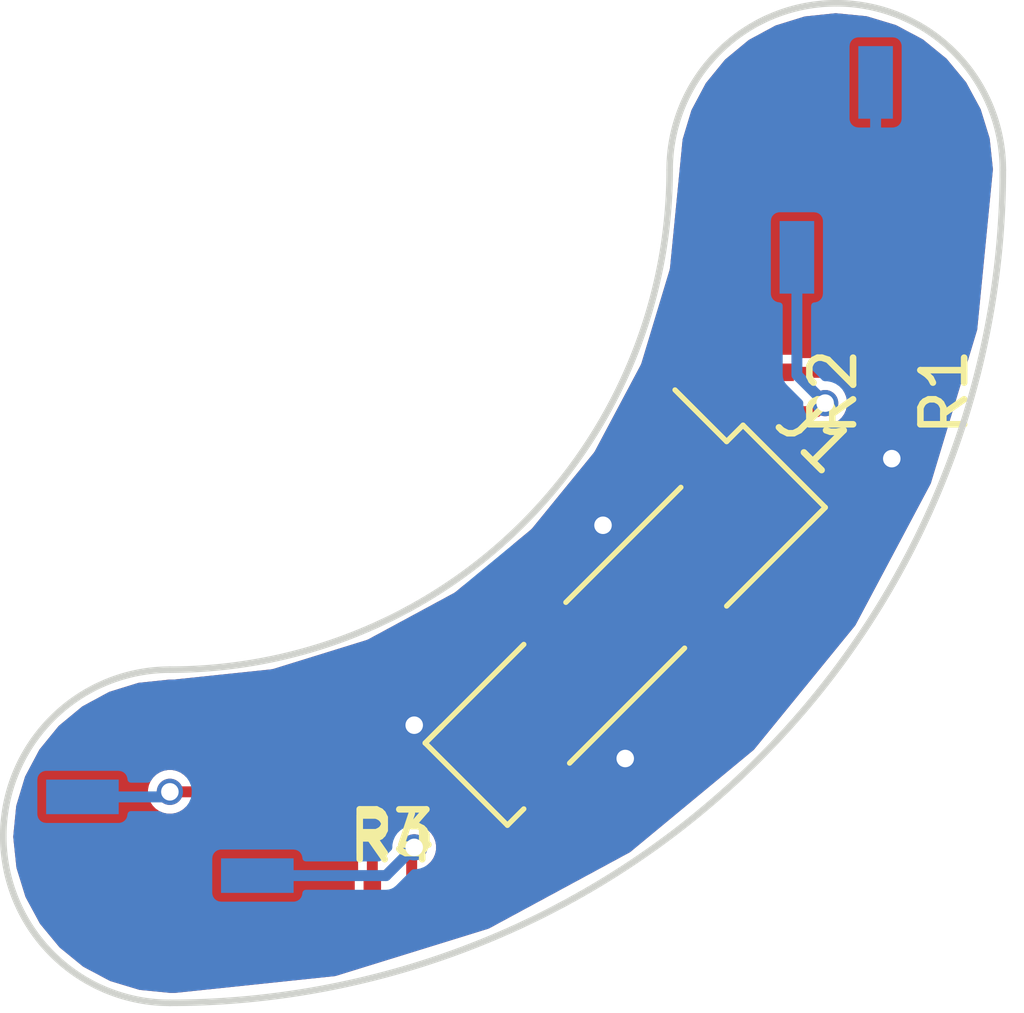
<source format=kicad_pcb>
(kicad_pcb (version 4) (host pcbnew 4.0.6)

  (general
    (links 14)
    (no_connects 8)
    (area 123.114999 91.364999 146.125001 114.375001)
    (thickness 1.6)
    (drawings 7)
    (tracks 47)
    (zones 0)
    (modules 7)
    (nets 7)
  )

  (page A4)
  (layers
    (0 F.Cu signal)
    (31 B.Cu signal)
    (32 B.Adhes user)
    (33 F.Adhes user)
    (34 B.Paste user)
    (35 F.Paste user)
    (36 B.SilkS user)
    (37 F.SilkS user)
    (38 B.Mask user)
    (39 F.Mask user)
    (40 Dwgs.User user)
    (41 Cmts.User user)
    (42 Eco1.User user)
    (43 Eco2.User user)
    (44 Edge.Cuts user)
    (45 Margin user)
    (46 B.CrtYd user)
    (47 F.CrtYd user)
    (48 B.Fab user)
    (49 F.Fab user)
  )

  (setup
    (last_trace_width 0.25)
    (trace_clearance 0.2)
    (zone_clearance 0.1524)
    (zone_45_only no)
    (trace_min 0.2)
    (segment_width 0.2)
    (edge_width 0.15)
    (via_size 0.6)
    (via_drill 0.4)
    (via_min_size 0.4)
    (via_min_drill 0.3)
    (uvia_size 0.3)
    (uvia_drill 0.1)
    (uvias_allowed no)
    (uvia_min_size 0.2)
    (uvia_min_drill 0.1)
    (pcb_text_width 0.3)
    (pcb_text_size 1.5 1.5)
    (mod_edge_width 0.15)
    (mod_text_size 1 1)
    (mod_text_width 0.15)
    (pad_size 1.524 1.524)
    (pad_drill 0.762)
    (pad_to_mask_clearance 0.2)
    (aux_axis_origin 0 0)
    (grid_origin 127 95.25)
    (visible_elements FFFFFF7F)
    (pcbplotparams
      (layerselection 0x00030_80000001)
      (usegerberextensions false)
      (excludeedgelayer true)
      (linewidth 0.100000)
      (plotframeref false)
      (viasonmask false)
      (mode 1)
      (useauxorigin false)
      (hpglpennumber 1)
      (hpglpenspeed 20)
      (hpglpendiameter 15)
      (hpglpenoverlay 2)
      (psnegative false)
      (psa4output false)
      (plotreference true)
      (plotvalue true)
      (plotinvisibletext false)
      (padsonsilk false)
      (subtractmaskfromsilk false)
      (outputformat 1)
      (mirror false)
      (drillshape 1)
      (scaleselection 1)
      (outputdirectory ""))
  )

  (net 0 "")
  (net 1 VCC)
  (net 2 GND)
  (net 3 /ENC1)
  (net 4 /ENC0)
  (net 5 /D0)
  (net 6 /D1)

  (net_class Default "This is the default net class."
    (clearance 0.2)
    (trace_width 0.25)
    (via_dia 0.6)
    (via_drill 0.4)
    (uvia_dia 0.3)
    (uvia_drill 0.1)
    (add_net /D0)
    (add_net /D1)
    (add_net /ENC0)
    (add_net /ENC1)
    (add_net GND)
    (add_net VCC)
  )

  (module Pin_Headers:Pin_Header_Straight_1x04_Pitch2.54mm_SMD_Pin1Left (layer F.Cu) (tedit 58CD4EC1) (tstamp 58FCEE86)
    (at 137.414 105.664 315)
    (descr "surface-mounted straight pin header, 1x04, 2.54mm pitch, single row, style 1 (pin 1 left)")
    (tags "Surface mounted pin header SMD 1x04 2.54mm single row style1 pin1 left")
    (path /58FCDAD9)
    (attr smd)
    (fp_text reference J1 (at 0 -6.140001 315) (layer F.SilkS)
      (effects (font (size 1 1) (thickness 0.15)))
    )
    (fp_text value CONN_01X04 (at 0 6.140001 315) (layer F.Fab)
      (effects (font (size 1 1) (thickness 0.15)))
    )
    (fp_line (start -1.27 -5.08) (end -1.27 5.08) (layer F.Fab) (width 0.1))
    (fp_line (start -1.27 5.08) (end 1.27 5.08) (layer F.Fab) (width 0.1))
    (fp_line (start 1.27 5.08) (end 1.27 -5.08) (layer F.Fab) (width 0.1))
    (fp_line (start 1.27 -5.08) (end -1.27 -5.08) (layer F.Fab) (width 0.1))
    (fp_line (start -1.27 -4.13) (end -1.27 -3.49) (layer F.Fab) (width 0.1))
    (fp_line (start -1.27 -3.49) (end -2.65 -3.49) (layer F.Fab) (width 0.1))
    (fp_line (start -2.65 -3.49) (end -2.65 -4.13) (layer F.Fab) (width 0.1))
    (fp_line (start -2.65 -4.13) (end -1.27 -4.13) (layer F.Fab) (width 0.1))
    (fp_line (start -1.27 0.95) (end -1.27 1.59) (layer F.Fab) (width 0.1))
    (fp_line (start -1.27 1.59) (end -2.65 1.59) (layer F.Fab) (width 0.1))
    (fp_line (start -2.65 1.59) (end -2.65 0.95) (layer F.Fab) (width 0.1))
    (fp_line (start -2.65 0.95) (end -1.27 0.95) (layer F.Fab) (width 0.1))
    (fp_line (start 1.27 -1.59) (end 1.27 -0.95) (layer F.Fab) (width 0.1))
    (fp_line (start 1.27 -0.95) (end 2.65 -0.95) (layer F.Fab) (width 0.1))
    (fp_line (start 2.65 -0.95) (end 2.65 -1.59) (layer F.Fab) (width 0.1))
    (fp_line (start 2.65 -1.59) (end 1.27 -1.59) (layer F.Fab) (width 0.1))
    (fp_line (start 1.27 3.49) (end 1.27 4.13) (layer F.Fab) (width 0.1))
    (fp_line (start 1.27 4.13) (end 2.65 4.13) (layer F.Fab) (width 0.1))
    (fp_line (start 2.65 4.13) (end 2.65 3.49) (layer F.Fab) (width 0.1))
    (fp_line (start 2.65 3.49) (end 1.27 3.49) (layer F.Fab) (width 0.1))
    (fp_line (start -1.33 -4.61) (end -1.33 -5.14) (layer F.SilkS) (width 0.12))
    (fp_line (start -1.33 -5.14) (end 1.33 -5.14) (layer F.SilkS) (width 0.12))
    (fp_line (start 1.33 -5.14) (end 1.33 -4.61) (layer F.SilkS) (width 0.12))
    (fp_line (start -1.33 4.61) (end -1.33 5.14) (layer F.SilkS) (width 0.12))
    (fp_line (start -1.33 5.14) (end 1.33 5.14) (layer F.SilkS) (width 0.12))
    (fp_line (start 1.33 5.14) (end 1.33 4.61) (layer F.SilkS) (width 0.12))
    (fp_line (start 1.33 -5.14) (end 1.33 -1.95) (layer F.SilkS) (width 0.12))
    (fp_line (start -1.33 -4.61) (end -3 -4.61) (layer F.SilkS) (width 0.12))
    (fp_line (start 1.33 -0.59) (end 1.33 3.13) (layer F.SilkS) (width 0.12))
    (fp_line (start -1.33 -3.13) (end -1.33 0.59) (layer F.SilkS) (width 0.12))
    (fp_line (start -1.33 1.95) (end -1.33 5.14) (layer F.SilkS) (width 0.12))
    (fp_line (start -3.5 -5.6) (end -3.5 5.6) (layer F.CrtYd) (width 0.05))
    (fp_line (start -3.5 5.6) (end 3.5 5.6) (layer F.CrtYd) (width 0.05))
    (fp_line (start 3.5 5.6) (end 3.5 -5.6) (layer F.CrtYd) (width 0.05))
    (fp_line (start 3.5 -5.6) (end -3.5 -5.6) (layer F.CrtYd) (width 0.05))
    (fp_text user %R (at 0 -6.140001 315) (layer F.Fab)
      (effects (font (size 1 1) (thickness 0.15)))
    )
    (pad 1 smd rect (at -1.5 -3.81 315) (size 3 1) (layers F.Cu F.Paste F.Mask)
      (net 1 VCC))
    (pad 3 smd rect (at -1.5 1.27 315) (size 3 1) (layers F.Cu F.Paste F.Mask)
      (net 3 /ENC1))
    (pad 2 smd rect (at 1.5 -1.27 315) (size 3 1) (layers F.Cu F.Paste F.Mask)
      (net 4 /ENC0))
    (pad 4 smd rect (at 1.5 3.81 315) (size 3 1) (layers F.Cu F.Paste F.Mask)
      (net 2 GND))
    (model ${KISYS3DMOD}/Pin_Headers.3dshapes/Pin_Header_Straight_1x04_Pitch2.54mm_SMD_Pin1Left.wrl
      (at (xyz 0 0 0))
      (scale (xyz 1 1 1))
      (rotate (xyz 0 0 0))
    )
  )

  (module Resistors_SMD:R_0402_NoSilk (layer F.Cu) (tedit 58E0A804) (tstamp 58FCEE95)
    (at 143.51 100.33 270)
    (descr "Resistor SMD 0402, reflow soldering, Vishay (see dcrcw.pdf)")
    (tags "resistor 0402")
    (path /58FCD18B)
    (attr smd)
    (fp_text reference R1 (at 0 -1.2 270) (layer F.SilkS)
      (effects (font (size 1 1) (thickness 0.15)))
    )
    (fp_text value 220 (at 0 1.25 270) (layer F.Fab)
      (effects (font (size 1 1) (thickness 0.15)))
    )
    (fp_text user %R (at 0 -1.2 270) (layer F.Fab)
      (effects (font (size 1 1) (thickness 0.15)))
    )
    (fp_line (start -0.5 0.25) (end -0.5 -0.25) (layer F.Fab) (width 0.1))
    (fp_line (start 0.5 0.25) (end -0.5 0.25) (layer F.Fab) (width 0.1))
    (fp_line (start 0.5 -0.25) (end 0.5 0.25) (layer F.Fab) (width 0.1))
    (fp_line (start -0.5 -0.25) (end 0.5 -0.25) (layer F.Fab) (width 0.1))
    (fp_line (start -0.8 -0.45) (end 0.8 -0.45) (layer F.CrtYd) (width 0.05))
    (fp_line (start -0.8 -0.45) (end -0.8 0.45) (layer F.CrtYd) (width 0.05))
    (fp_line (start 0.8 0.45) (end 0.8 -0.45) (layer F.CrtYd) (width 0.05))
    (fp_line (start 0.8 0.45) (end -0.8 0.45) (layer F.CrtYd) (width 0.05))
    (pad 1 smd rect (at -0.45 0 270) (size 0.4 0.6) (layers F.Cu F.Paste F.Mask)
      (net 1 VCC))
    (pad 2 smd rect (at 0.45 0 270) (size 0.4 0.6) (layers F.Cu F.Paste F.Mask)
      (net 5 /D0))
    (model ${KISYS3DMOD}/Resistors_SMD.3dshapes/R_0402.wrl
      (at (xyz 0 0 0))
      (scale (xyz 1 1 1))
      (rotate (xyz 0 0 0))
    )
  )

  (module Resistors_SMD:R_0402_NoSilk (layer F.Cu) (tedit 58E0A804) (tstamp 58FCEEA4)
    (at 140.97 100.33 270)
    (descr "Resistor SMD 0402, reflow soldering, Vishay (see dcrcw.pdf)")
    (tags "resistor 0402")
    (path /58FCDA9E)
    (attr smd)
    (fp_text reference R2 (at 0 -1.2 270) (layer F.SilkS)
      (effects (font (size 1 1) (thickness 0.15)))
    )
    (fp_text value 10k (at 0 1.25 270) (layer F.Fab)
      (effects (font (size 1 1) (thickness 0.15)))
    )
    (fp_text user %R (at 0 -1.2 270) (layer F.Fab)
      (effects (font (size 1 1) (thickness 0.15)))
    )
    (fp_line (start -0.5 0.25) (end -0.5 -0.25) (layer F.Fab) (width 0.1))
    (fp_line (start 0.5 0.25) (end -0.5 0.25) (layer F.Fab) (width 0.1))
    (fp_line (start 0.5 -0.25) (end 0.5 0.25) (layer F.Fab) (width 0.1))
    (fp_line (start -0.5 -0.25) (end 0.5 -0.25) (layer F.Fab) (width 0.1))
    (fp_line (start -0.8 -0.45) (end 0.8 -0.45) (layer F.CrtYd) (width 0.05))
    (fp_line (start -0.8 -0.45) (end -0.8 0.45) (layer F.CrtYd) (width 0.05))
    (fp_line (start 0.8 0.45) (end 0.8 -0.45) (layer F.CrtYd) (width 0.05))
    (fp_line (start 0.8 0.45) (end -0.8 0.45) (layer F.CrtYd) (width 0.05))
    (pad 1 smd rect (at -0.45 0 270) (size 0.4 0.6) (layers F.Cu F.Paste F.Mask)
      (net 1 VCC))
    (pad 2 smd rect (at 0.45 0 270) (size 0.4 0.6) (layers F.Cu F.Paste F.Mask)
      (net 4 /ENC0))
    (model ${KISYS3DMOD}/Resistors_SMD.3dshapes/R_0402.wrl
      (at (xyz 0 0 0))
      (scale (xyz 1 1 1))
      (rotate (xyz 0 0 0))
    )
  )

  (module Resistors_SMD:R_0402_NoSilk (layer F.Cu) (tedit 58E0A804) (tstamp 58FCEEB3)
    (at 132.08 109.22 180)
    (descr "Resistor SMD 0402, reflow soldering, Vishay (see dcrcw.pdf)")
    (tags "resistor 0402")
    (path /58FCDD3A)
    (attr smd)
    (fp_text reference R3 (at 0 -1.2 180) (layer F.SilkS)
      (effects (font (size 1 1) (thickness 0.15)))
    )
    (fp_text value 220 (at 0 1.25 180) (layer F.Fab)
      (effects (font (size 1 1) (thickness 0.15)))
    )
    (fp_text user %R (at 0 -1.2 180) (layer F.Fab)
      (effects (font (size 1 1) (thickness 0.15)))
    )
    (fp_line (start -0.5 0.25) (end -0.5 -0.25) (layer F.Fab) (width 0.1))
    (fp_line (start 0.5 0.25) (end -0.5 0.25) (layer F.Fab) (width 0.1))
    (fp_line (start 0.5 -0.25) (end 0.5 0.25) (layer F.Fab) (width 0.1))
    (fp_line (start -0.5 -0.25) (end 0.5 -0.25) (layer F.Fab) (width 0.1))
    (fp_line (start -0.8 -0.45) (end 0.8 -0.45) (layer F.CrtYd) (width 0.05))
    (fp_line (start -0.8 -0.45) (end -0.8 0.45) (layer F.CrtYd) (width 0.05))
    (fp_line (start 0.8 0.45) (end 0.8 -0.45) (layer F.CrtYd) (width 0.05))
    (fp_line (start 0.8 0.45) (end -0.8 0.45) (layer F.CrtYd) (width 0.05))
    (pad 1 smd rect (at -0.45 0 180) (size 0.4 0.6) (layers F.Cu F.Paste F.Mask)
      (net 1 VCC))
    (pad 2 smd rect (at 0.45 0 180) (size 0.4 0.6) (layers F.Cu F.Paste F.Mask)
      (net 6 /D1))
    (model ${KISYS3DMOD}/Resistors_SMD.3dshapes/R_0402.wrl
      (at (xyz 0 0 0))
      (scale (xyz 1 1 1))
      (rotate (xyz 0 0 0))
    )
  )

  (module Resistors_SMD:R_0402_NoSilk (layer F.Cu) (tedit 58E0A804) (tstamp 58FCEEC2)
    (at 132.08 111.76)
    (descr "Resistor SMD 0402, reflow soldering, Vishay (see dcrcw.pdf)")
    (tags "resistor 0402")
    (path /58FCDD71)
    (attr smd)
    (fp_text reference R4 (at 0 -1.2) (layer F.SilkS)
      (effects (font (size 1 1) (thickness 0.15)))
    )
    (fp_text value 10k (at 0 1.25) (layer F.Fab)
      (effects (font (size 1 1) (thickness 0.15)))
    )
    (fp_text user %R (at 0 -1.2) (layer F.Fab)
      (effects (font (size 1 1) (thickness 0.15)))
    )
    (fp_line (start -0.5 0.25) (end -0.5 -0.25) (layer F.Fab) (width 0.1))
    (fp_line (start 0.5 0.25) (end -0.5 0.25) (layer F.Fab) (width 0.1))
    (fp_line (start 0.5 -0.25) (end 0.5 0.25) (layer F.Fab) (width 0.1))
    (fp_line (start -0.5 -0.25) (end 0.5 -0.25) (layer F.Fab) (width 0.1))
    (fp_line (start -0.8 -0.45) (end 0.8 -0.45) (layer F.CrtYd) (width 0.05))
    (fp_line (start -0.8 -0.45) (end -0.8 0.45) (layer F.CrtYd) (width 0.05))
    (fp_line (start 0.8 0.45) (end 0.8 -0.45) (layer F.CrtYd) (width 0.05))
    (fp_line (start 0.8 0.45) (end -0.8 0.45) (layer F.CrtYd) (width 0.05))
    (pad 1 smd rect (at -0.45 0) (size 0.4 0.6) (layers F.Cu F.Paste F.Mask)
      (net 1 VCC))
    (pad 2 smd rect (at 0.45 0) (size 0.4 0.6) (layers F.Cu F.Paste F.Mask)
      (net 3 /ENC1))
    (model ${KISYS3DMOD}/Resistors_SMD.3dshapes/R_0402.wrl
      (at (xyz 0 0 0))
      (scale (xyz 1 1 1))
      (rotate (xyz 0 0 0))
    )
  )

  (module KwanSystems:QRE1113 (layer B.Cu) (tedit 58FCF192) (tstamp 58FCF21F)
    (at 142.24 95.25 270)
    (path /58FCD8F5)
    (fp_text reference U1 (at 0 -2.54 270) (layer Dwgs.User)
      (effects (font (size 1 1) (thickness 0.15)))
    )
    (fp_text value QRE1113 (at 0 2.54 270) (layer Dwgs.User)
      (effects (font (size 1 1) (thickness 0.15)))
    )
    (fp_line (start -1.35 1.7) (end 1.35 1.7) (layer Dwgs.User) (width 0.4))
    (fp_line (start 1.35 1.7) (end 1.35 -1.7) (layer Dwgs.User) (width 0.4))
    (fp_line (start -1.35 -1.7) (end 1.35 -1.7) (layer Dwgs.User) (width 0.4))
    (fp_line (start -1.35 1.7) (end -1.35 -1.7) (layer Dwgs.User) (width 0.4))
    (pad 4 smd rect (at -2 0.9 270) (size 1.66 0.79) (layers B.Cu B.Paste B.Mask)
      (net 2 GND))
    (pad 3 smd rect (at 2 0.9 270) (size 1.66 0.79) (layers B.Cu B.Paste B.Mask)
      (net 4 /ENC0))
    (pad 2 smd rect (at 2 -0.9 270) (size 1.66 0.79) (layers B.Cu B.Paste B.Mask)
      (net 2 GND))
    (pad 1 smd rect (at -2 -0.9 270) (size 1.66 0.79) (layers B.Cu B.Paste B.Mask)
      (net 5 /D0))
  )

  (module KwanSystems:QRE1113 (layer B.Cu) (tedit 58FCF192) (tstamp 58FCF22B)
    (at 127 110.49)
    (path /58FCDB7F)
    (fp_text reference U2 (at 0 -2.54) (layer Dwgs.User)
      (effects (font (size 1 1) (thickness 0.15)))
    )
    (fp_text value QRE1113 (at 0 2.54) (layer Dwgs.User)
      (effects (font (size 1 1) (thickness 0.15)))
    )
    (fp_line (start -1.35 1.7) (end 1.35 1.7) (layer Dwgs.User) (width 0.4))
    (fp_line (start 1.35 1.7) (end 1.35 -1.7) (layer Dwgs.User) (width 0.4))
    (fp_line (start -1.35 -1.7) (end 1.35 -1.7) (layer Dwgs.User) (width 0.4))
    (fp_line (start -1.35 1.7) (end -1.35 -1.7) (layer Dwgs.User) (width 0.4))
    (pad 4 smd rect (at -2 0.9) (size 1.66 0.79) (layers B.Cu B.Paste B.Mask)
      (net 2 GND))
    (pad 3 smd rect (at 2 0.9) (size 1.66 0.79) (layers B.Cu B.Paste B.Mask)
      (net 3 /ENC1))
    (pad 2 smd rect (at 2 -0.9) (size 1.66 0.79) (layers B.Cu B.Paste B.Mask)
      (net 2 GND))
    (pad 1 smd rect (at -2 -0.9) (size 1.66 0.79) (layers B.Cu B.Paste B.Mask)
      (net 6 /D1))
  )

  (gr_line (start 127 95.25) (end 143.51 111.76) (angle 90) (layer Dwgs.User) (width 0.2))
  (gr_arc (start 127 110.49) (end 127 114.3) (angle 90) (layer Edge.Cuts) (width 0.15))
  (gr_arc (start 142.24 95.25) (end 138.43 95.25) (angle 90) (layer Edge.Cuts) (width 0.15))
  (gr_arc (start 127 110.49) (end 123.19 110.49) (angle 90) (layer Edge.Cuts) (width 0.15))
  (gr_arc (start 142.24 95.25) (end 142.24 91.44) (angle 90) (layer Edge.Cuts) (width 0.15))
  (gr_arc (start 127 95.25) (end 146.05 95.25) (angle 90) (layer Edge.Cuts) (width 0.15))
  (gr_arc (start 127 95.25) (end 138.43 95.25) (angle 90) (layer Edge.Cuts) (width 0.15))

  (segment (start 136.906 103.378) (end 138.374737 101.909263) (width 0.25) (layer F.Cu) (net 1))
  (segment (start 138.374737 101.909263) (end 139.047417 101.909263) (width 0.25) (layer F.Cu) (net 1))
  (segment (start 132.588 107.95) (end 136.906 103.632) (width 0.25) (layer B.Cu) (net 1))
  (segment (start 136.906 103.632) (end 136.906 103.378) (width 0.25) (layer B.Cu) (net 1))
  (via (at 136.906 103.378) (size 0.6) (drill 0.4) (layers F.Cu B.Cu) (net 1))
  (segment (start 132.53 109.22) (end 132.53 108.008) (width 0.25) (layer F.Cu) (net 1))
  (segment (start 132.53 108.008) (end 132.588 107.95) (width 0.25) (layer F.Cu) (net 1))
  (via (at 132.588 107.95) (size 0.6) (drill 0.4) (layers F.Cu B.Cu) (net 1))
  (segment (start 131.63 111.76) (end 131.63 110.776998) (width 0.25) (layer F.Cu) (net 1))
  (segment (start 131.63 110.776998) (end 132.53 109.876998) (width 0.25) (layer F.Cu) (net 1))
  (segment (start 132.53 109.876998) (end 132.53 109.22) (width 0.25) (layer F.Cu) (net 1))
  (segment (start 143.51 99.88) (end 140.97 99.88) (width 0.25) (layer F.Cu) (net 1) (status C00000))
  (segment (start 139.047417 101.909263) (end 139.047417 101.744583) (width 0.25) (layer F.Cu) (net 1))
  (segment (start 139.047417 101.744583) (end 139.7 101.092) (width 0.25) (layer F.Cu) (net 1) (tstamp 58FCF9EB))
  (segment (start 139.7 101.092) (end 139.7 100.076) (width 0.25) (layer F.Cu) (net 1) (tstamp 58FCF9EF))
  (segment (start 139.7 100.076) (end 139.896 99.88) (width 0.25) (layer F.Cu) (net 1) (tstamp 58FCF9F4))
  (segment (start 139.896 99.88) (end 140.97 99.88) (width 0.25) (layer F.Cu) (net 1) (tstamp 58FCF9FB))
  (segment (start 136.707263 109.418737) (end 137.414 108.712) (width 0.25) (layer F.Cu) (net 2))
  (via (at 137.414 108.712) (size 0.6) (drill 0.4) (layers F.Cu B.Cu) (net 2))
  (segment (start 135.780583 109.418737) (end 136.707263 109.418737) (width 0.25) (layer F.Cu) (net 2))
  (segment (start 132.53 111.76) (end 132.53 110.802) (width 0.25) (layer F.Cu) (net 3))
  (segment (start 131.942 111.39) (end 129 111.39) (width 0.25) (layer B.Cu) (net 3) (tstamp 58FCF9BC))
  (segment (start 132.588 110.744) (end 131.942 111.39) (width 0.25) (layer B.Cu) (net 3) (tstamp 58FCF9BB))
  (via (at 132.588 110.744) (size 0.6) (drill 0.4) (layers F.Cu B.Cu) (net 3))
  (segment (start 132.53 110.802) (end 132.588 110.744) (width 0.25) (layer F.Cu) (net 3) (tstamp 58FCF9B8))
  (segment (start 132.53 111.76) (end 133.35 111.76) (width 0.25) (layer F.Cu) (net 3))
  (segment (start 133.858 107.098679) (end 135.455314 105.501365) (width 0.25) (layer F.Cu) (net 3) (tstamp 58FCF7C8))
  (segment (start 133.858 111.252) (end 133.858 107.098679) (width 0.25) (layer F.Cu) (net 3) (tstamp 58FCF7C7))
  (segment (start 133.35 111.76) (end 133.858 111.252) (width 0.25) (layer F.Cu) (net 3) (tstamp 58FCF7C6))
  (segment (start 140.97 100.78) (end 141.79 100.78) (width 0.25) (layer F.Cu) (net 4))
  (segment (start 141.34 99.938) (end 141.34 97.25) (width 0.25) (layer B.Cu) (net 4) (tstamp 58FCF9D6))
  (segment (start 141.986 100.584) (end 141.34 99.938) (width 0.25) (layer B.Cu) (net 4) (tstamp 58FCF9D5))
  (via (at 141.986 100.584) (size 0.6) (drill 0.4) (layers F.Cu B.Cu) (net 4))
  (segment (start 141.79 100.78) (end 141.986 100.584) (width 0.25) (layer F.Cu) (net 4) (tstamp 58FCF9D0))
  (segment (start 140.97 100.78) (end 140.97 104.229321) (width 0.25) (layer F.Cu) (net 4))
  (segment (start 140.97 104.229321) (end 139.372686 105.826635) (width 0.25) (layer F.Cu) (net 4) (tstamp 58FCF772))
  (segment (start 143.51 101.854) (end 143.860001 101.503999) (width 0.25) (layer B.Cu) (net 5))
  (segment (start 143.860001 101.503999) (end 143.860001 95.050001) (width 0.25) (layer B.Cu) (net 5))
  (segment (start 143.860001 95.050001) (end 143.14 94.33) (width 0.25) (layer B.Cu) (net 5))
  (segment (start 143.14 94.33) (end 143.14 93.25) (width 0.25) (layer B.Cu) (net 5))
  (segment (start 143.51 100.78) (end 143.51 101.854) (width 0.25) (layer F.Cu) (net 5))
  (via (at 143.51 101.854) (size 0.6) (drill 0.4) (layers F.Cu B.Cu) (net 5))
  (segment (start 127 109.474) (end 131.376 109.474) (width 0.25) (layer F.Cu) (net 6))
  (segment (start 131.376 109.474) (end 131.63 109.22) (width 0.25) (layer F.Cu) (net 6))
  (segment (start 125 109.59) (end 126.884 109.59) (width 0.25) (layer B.Cu) (net 6))
  (segment (start 126.884 109.59) (end 127 109.474) (width 0.25) (layer B.Cu) (net 6))
  (via (at 127 109.474) (size 0.6) (drill 0.4) (layers F.Cu B.Cu) (net 6))

  (zone (net 2) (net_name GND) (layer B.Cu) (tstamp 0) (hatch edge 0.508)
    (connect_pads yes (clearance 0.1524))
    (min_thickness 0.1524)
    (fill yes (arc_segments 32) (thermal_gap 0.508) (thermal_bridge_width 0.508))
    (polygon
      (pts
        (xy 123.19 91.44) (xy 146.558 91.44) (xy 146.558 114.554) (xy 123.19 114.3) (xy 123.19 91.694)
      )
    )
    (filled_polygon
      (pts
        (xy 142.920781 91.811807) (xy 143.57563 92.009518) (xy 144.179607 92.330657) (xy 144.709702 92.762992) (xy 145.145731 93.290061)
        (xy 145.471077 93.891775) (xy 145.673357 94.545235) (xy 145.746144 95.237762) (xy 145.38795 98.890912) (xy 144.330565 102.393141)
        (xy 142.613061 105.623296) (xy 140.300866 108.458328) (xy 137.482039 110.790264) (xy 134.263958 112.530274) (xy 130.769192 113.612084)
        (xy 127.116551 113.995992) (xy 127.014321 113.996348) (xy 126.31922 113.928193) (xy 125.664372 113.730483) (xy 125.060393 113.409342)
        (xy 124.530298 112.977008) (xy 124.094269 112.449939) (xy 123.76892 111.848218) (xy 123.566643 111.194766) (xy 123.545647 110.995)
        (xy 127.892464 110.995) (xy 127.892464 111.785) (xy 127.895971 111.828984) (xy 127.919074 111.903585) (xy 127.962045 111.968796)
        (xy 128.021483 112.019455) (xy 128.09268 112.051548) (xy 128.17 112.062536) (xy 129.83 112.062536) (xy 129.873984 112.059029)
        (xy 129.948585 112.035926) (xy 130.013796 111.992955) (xy 130.064455 111.933517) (xy 130.096548 111.86232) (xy 130.106655 111.7912)
        (xy 131.942 111.7912) (xy 131.978858 111.787586) (xy 132.015801 111.784354) (xy 132.017829 111.783765) (xy 132.019927 111.783559)
        (xy 132.055408 111.772847) (xy 132.090993 111.762508) (xy 132.092864 111.761538) (xy 132.094885 111.760928) (xy 132.127612 111.743527)
        (xy 132.160509 111.726475) (xy 132.162158 111.725158) (xy 132.164021 111.724168) (xy 132.192743 111.700743) (xy 132.221702 111.677625)
        (xy 132.224636 111.674731) (xy 132.224699 111.67468) (xy 132.224747 111.674622) (xy 132.225691 111.673691) (xy 132.579215 111.320167)
        (xy 132.632419 111.321282) (xy 132.743701 111.30166) (xy 132.849053 111.260796) (xy 132.944461 111.200249) (xy 133.026291 111.122323)
        (xy 133.091427 111.029986) (xy 133.137388 110.926757) (xy 133.162423 110.816566) (xy 133.164225 110.687501) (xy 133.142277 110.576654)
        (xy 133.099216 110.472182) (xy 133.036684 110.378063) (xy 132.957061 110.297882) (xy 132.863381 110.234694) (xy 132.759211 110.190905)
        (xy 132.648521 110.168184) (xy 132.535525 110.167395) (xy 132.424528 110.188569) (xy 132.319757 110.230899) (xy 132.225204 110.292773)
        (xy 132.144469 110.371834) (xy 132.080629 110.46507) (xy 132.036114 110.568931) (xy 132.01262 110.679461) (xy 132.011593 110.753025)
        (xy 131.775818 110.9888) (xy 130.107042 110.9888) (xy 130.104029 110.951016) (xy 130.080926 110.876415) (xy 130.037955 110.811204)
        (xy 129.978517 110.760545) (xy 129.90732 110.728452) (xy 129.83 110.717464) (xy 128.17 110.717464) (xy 128.126016 110.720971)
        (xy 128.051415 110.744074) (xy 127.986204 110.787045) (xy 127.935545 110.846483) (xy 127.903452 110.91768) (xy 127.892464 110.995)
        (xy 123.545647 110.995) (xy 123.493856 110.502237) (xy 123.561807 109.809219) (xy 123.747251 109.195) (xy 123.892464 109.195)
        (xy 123.892464 109.985) (xy 123.895971 110.028984) (xy 123.919074 110.103585) (xy 123.962045 110.168796) (xy 124.021483 110.219455)
        (xy 124.09268 110.251548) (xy 124.17 110.262536) (xy 125.83 110.262536) (xy 125.873984 110.259029) (xy 125.948585 110.235926)
        (xy 126.013796 110.192955) (xy 126.064455 110.133517) (xy 126.096548 110.06232) (xy 126.106655 109.9912) (xy 126.744519 109.9912)
        (xy 126.821083 110.02465) (xy 126.931446 110.048915) (xy 127.044419 110.051282) (xy 127.155701 110.03166) (xy 127.261053 109.990796)
        (xy 127.356461 109.930249) (xy 127.438291 109.852323) (xy 127.503427 109.759986) (xy 127.549388 109.656757) (xy 127.574423 109.546566)
        (xy 127.576225 109.417501) (xy 127.554277 109.306654) (xy 127.511216 109.202182) (xy 127.448684 109.108063) (xy 127.369061 109.027882)
        (xy 127.275381 108.964694) (xy 127.171211 108.920905) (xy 127.060521 108.898184) (xy 126.947525 108.897395) (xy 126.836528 108.918569)
        (xy 126.731757 108.960899) (xy 126.637204 109.022773) (xy 126.556469 109.101834) (xy 126.496922 109.1888) (xy 126.107042 109.1888)
        (xy 126.104029 109.151016) (xy 126.080926 109.076415) (xy 126.037955 109.011204) (xy 125.978517 108.960545) (xy 125.90732 108.928452)
        (xy 125.83 108.917464) (xy 124.17 108.917464) (xy 124.126016 108.920971) (xy 124.051415 108.944074) (xy 123.986204 108.987045)
        (xy 123.935545 109.046483) (xy 123.903452 109.11768) (xy 123.892464 109.195) (xy 123.747251 109.195) (xy 123.759518 109.15437)
        (xy 124.080657 108.550393) (xy 124.512992 108.020298) (xy 125.040061 107.584269) (xy 125.641775 107.258923) (xy 126.295235 107.056643)
        (xy 126.989843 106.983637) (xy 127.001061 106.983598) (xy 127.001062 106.983598) (xy 127.080857 106.983319) (xy 127.094053 106.981979)
        (xy 127.107312 106.982071) (xy 127.111531 106.981658) (xy 129.330056 106.748482) (xy 129.357043 106.742942) (xy 129.38404 106.737792)
        (xy 129.388098 106.736568) (xy 131.51908 106.076918) (xy 131.54444 106.066258) (xy 131.569959 106.055947) (xy 131.573703 106.053957)
        (xy 133.535975 104.99296) (xy 133.558765 104.977588) (xy 133.581812 104.962506) (xy 133.585097 104.959827) (xy 135.303916 103.537897)
        (xy 135.323313 103.518364) (xy 135.342965 103.499119) (xy 135.345667 103.495853) (xy 136.755563 101.767149) (xy 136.770805 101.744208)
        (xy 136.786336 101.721525) (xy 136.788353 101.717797) (xy 137.835624 99.748165) (xy 137.846111 99.722721) (xy 137.856949 99.697433)
        (xy 137.858203 99.693384) (xy 138.502959 97.557849) (xy 138.508299 97.530882) (xy 138.514025 97.503941) (xy 138.514468 97.499725)
        (xy 138.620336 96.42) (xy 140.667464 96.42) (xy 140.667464 98.08) (xy 140.670971 98.123984) (xy 140.694074 98.198585)
        (xy 140.737045 98.263796) (xy 140.796483 98.314455) (xy 140.86768 98.346548) (xy 140.9388 98.356655) (xy 140.9388 99.938)
        (xy 140.942414 99.974858) (xy 140.945646 100.011801) (xy 140.946235 100.013829) (xy 140.946441 100.015927) (xy 140.957153 100.051408)
        (xy 140.967492 100.086993) (xy 140.968462 100.088864) (xy 140.969072 100.090885) (xy 140.986473 100.123612) (xy 141.003525 100.156509)
        (xy 141.004842 100.158158) (xy 141.005832 100.160021) (xy 141.029257 100.188743) (xy 141.052375 100.217702) (xy 141.055269 100.220636)
        (xy 141.05532 100.220699) (xy 141.055378 100.220747) (xy 141.056309 100.221691) (xy 141.409842 100.575224) (xy 141.409043 100.632448)
        (xy 141.429441 100.743591) (xy 141.471039 100.848654) (xy 141.532251 100.943637) (xy 141.610746 101.024922) (xy 141.703535 101.089411)
        (xy 141.807083 101.13465) (xy 141.917446 101.158915) (xy 142.030419 101.161282) (xy 142.141701 101.14166) (xy 142.247053 101.100796)
        (xy 142.342461 101.040249) (xy 142.424291 100.962323) (xy 142.489427 100.869986) (xy 142.535388 100.766757) (xy 142.560423 100.656566)
        (xy 142.562225 100.527501) (xy 142.540277 100.416654) (xy 142.497216 100.312182) (xy 142.434684 100.218063) (xy 142.355061 100.137882)
        (xy 142.261381 100.074694) (xy 142.157211 100.030905) (xy 142.046521 100.008184) (xy 141.977081 100.007699) (xy 141.7412 99.771818)
        (xy 141.7412 98.357042) (xy 141.778984 98.354029) (xy 141.853585 98.330926) (xy 141.918796 98.287955) (xy 141.969455 98.228517)
        (xy 142.001548 98.15732) (xy 142.012536 98.08) (xy 142.012536 96.42) (xy 142.009029 96.376016) (xy 141.985926 96.301415)
        (xy 141.942955 96.236204) (xy 141.883517 96.185545) (xy 141.81232 96.153452) (xy 141.735 96.142464) (xy 140.945 96.142464)
        (xy 140.901016 96.145971) (xy 140.826415 96.169074) (xy 140.761204 96.212045) (xy 140.710545 96.271483) (xy 140.678452 96.34268)
        (xy 140.667464 96.42) (xy 138.620336 96.42) (xy 138.732151 95.279627) (xy 138.732151 95.279626) (xy 138.801807 94.569219)
        (xy 138.999518 93.91437) (xy 139.320657 93.310393) (xy 139.752992 92.780298) (xy 140.188517 92.42) (xy 142.467464 92.42)
        (xy 142.467464 94.08) (xy 142.470971 94.123984) (xy 142.494074 94.198585) (xy 142.537045 94.263796) (xy 142.596483 94.314455)
        (xy 142.66768 94.346548) (xy 142.745 94.357536) (xy 143.535 94.357536) (xy 143.578984 94.354029) (xy 143.653585 94.330926)
        (xy 143.718796 94.287955) (xy 143.769455 94.228517) (xy 143.801548 94.15732) (xy 143.812536 94.08) (xy 143.812536 92.42)
        (xy 143.809029 92.376016) (xy 143.785926 92.301415) (xy 143.742955 92.236204) (xy 143.683517 92.185545) (xy 143.61232 92.153452)
        (xy 143.535 92.142464) (xy 142.745 92.142464) (xy 142.701016 92.145971) (xy 142.626415 92.169074) (xy 142.561204 92.212045)
        (xy 142.510545 92.271483) (xy 142.478452 92.34268) (xy 142.467464 92.42) (xy 140.188517 92.42) (xy 140.280061 92.344269)
        (xy 140.881775 92.018923) (xy 141.535235 91.816643) (xy 142.227762 91.743856)
      )
    )
  )
  (zone (net 2) (net_name GND) (layer F.Cu) (tstamp 0) (hatch edge 0.508)
    (connect_pads yes (clearance 0.1524))
    (min_thickness 0.1524)
    (fill yes (arc_segments 32) (thermal_gap 0.508) (thermal_bridge_width 0.508))
    (polygon
      (pts
        (xy 123.19 91.44) (xy 146.558 91.44) (xy 146.558 114.554) (xy 123.19 114.3)
      )
    )
    (filled_polygon
      (pts
        (xy 142.920781 91.811807) (xy 143.57563 92.009518) (xy 144.179607 92.330657) (xy 144.709702 92.762992) (xy 145.145731 93.290061)
        (xy 145.471077 93.891775) (xy 145.673357 94.545235) (xy 145.746144 95.237762) (xy 145.38795 98.890912) (xy 144.330565 102.393141)
        (xy 142.613061 105.623296) (xy 140.300866 108.458328) (xy 137.482039 110.790264) (xy 134.263958 112.530274) (xy 130.769192 113.612084)
        (xy 127.116551 113.995992) (xy 127.014321 113.996348) (xy 126.31922 113.928193) (xy 125.664372 113.730483) (xy 125.060393 113.409342)
        (xy 124.530298 112.977008) (xy 124.094269 112.449939) (xy 123.76892 111.848218) (xy 123.566643 111.194766) (xy 123.493856 110.502237)
        (xy 123.561807 109.809219) (xy 123.759518 109.15437) (xy 124.080657 108.550393) (xy 124.512992 108.020298) (xy 125.040061 107.584269)
        (xy 125.641775 107.258923) (xy 126.295235 107.056643) (xy 126.989843 106.983637) (xy 127.001061 106.983598) (xy 127.001062 106.983598)
        (xy 127.080857 106.983319) (xy 127.094053 106.981979) (xy 127.107312 106.982071) (xy 127.111531 106.981658) (xy 129.330056 106.748482)
        (xy 129.357043 106.742942) (xy 129.38404 106.737792) (xy 129.388098 106.736568) (xy 131.51908 106.076918) (xy 131.54444 106.066258)
        (xy 131.569959 106.055947) (xy 131.573703 106.053957) (xy 133.535975 104.99296) (xy 133.558765 104.977588) (xy 133.581812 104.962506)
        (xy 133.585097 104.959827) (xy 133.766677 104.809611) (xy 133.770298 104.855025) (xy 133.797949 104.928063) (xy 133.844852 104.990506)
        (xy 134.621822 105.767476) (xy 133.574309 106.814988) (xy 133.550802 106.843605) (xy 133.526964 106.872014) (xy 133.525947 106.873864)
        (xy 133.524609 106.875493) (xy 133.507088 106.908168) (xy 133.489243 106.94063) (xy 133.488606 106.942637) (xy 133.487608 106.944499)
        (xy 133.476765 106.979964) (xy 133.465567 107.015265) (xy 133.465332 107.017361) (xy 133.464715 107.019379) (xy 133.460968 107.056266)
        (xy 133.456839 107.093077) (xy 133.45681 107.097196) (xy 133.456802 107.097278) (xy 133.456809 107.097354) (xy 133.4568 107.098679)
        (xy 133.4568 111.085817) (xy 133.183818 111.3588) (xy 132.98631 111.3588) (xy 132.980926 111.341415) (xy 132.937955 111.276204)
        (xy 132.9312 111.270447) (xy 132.9312 111.208665) (xy 132.944461 111.200249) (xy 133.026291 111.122323) (xy 133.091427 111.029986)
        (xy 133.137388 110.926757) (xy 133.162423 110.816566) (xy 133.164225 110.687501) (xy 133.142277 110.576654) (xy 133.099216 110.472182)
        (xy 133.036684 110.378063) (xy 132.957061 110.297882) (xy 132.863381 110.234694) (xy 132.776294 110.198086) (xy 132.813691 110.160689)
        (xy 132.837198 110.132072) (xy 132.861036 110.103663) (xy 132.862053 110.101813) (xy 132.863391 110.100184) (xy 132.880912 110.067509)
        (xy 132.898757 110.035047) (xy 132.899394 110.03304) (xy 132.900392 110.031178) (xy 132.911235 109.995713) (xy 132.922433 109.960412)
        (xy 132.922668 109.958316) (xy 132.923285 109.956298) (xy 132.927027 109.919456) (xy 132.931161 109.8826) (xy 132.93119 109.87847)
        (xy 132.931197 109.878399) (xy 132.931191 109.878332) (xy 132.9312 109.876998) (xy 132.9312 109.707535) (xy 132.964455 109.668517)
        (xy 132.996548 109.59732) (xy 133.007536 109.52) (xy 133.007536 108.92) (xy 133.004029 108.876016) (xy 132.980926 108.801415)
        (xy 132.937955 108.736204) (xy 132.9312 108.730447) (xy 132.9312 108.414665) (xy 132.944461 108.406249) (xy 133.026291 108.328323)
        (xy 133.091427 108.235986) (xy 133.137388 108.132757) (xy 133.162423 108.022566) (xy 133.164225 107.893501) (xy 133.142277 107.782654)
        (xy 133.099216 107.678182) (xy 133.036684 107.584063) (xy 132.957061 107.503882) (xy 132.863381 107.440694) (xy 132.759211 107.396905)
        (xy 132.648521 107.374184) (xy 132.535525 107.373395) (xy 132.424528 107.394569) (xy 132.319757 107.436899) (xy 132.225204 107.498773)
        (xy 132.144469 107.577834) (xy 132.080629 107.67107) (xy 132.036114 107.774931) (xy 132.01262 107.885461) (xy 132.011043 107.998448)
        (xy 132.031441 108.109591) (xy 132.073039 108.214654) (xy 132.1288 108.301179) (xy 132.1288 108.732465) (xy 132.095545 108.771483)
        (xy 132.081385 108.802897) (xy 132.080926 108.801415) (xy 132.037955 108.736204) (xy 131.978517 108.685545) (xy 131.90732 108.653452)
        (xy 131.83 108.642464) (xy 131.43 108.642464) (xy 131.386016 108.645971) (xy 131.311415 108.669074) (xy 131.246204 108.712045)
        (xy 131.195545 108.771483) (xy 131.163452 108.84268) (xy 131.152464 108.92) (xy 131.152464 109.0728) (xy 127.413666 109.0728)
        (xy 127.369061 109.027882) (xy 127.275381 108.964694) (xy 127.171211 108.920905) (xy 127.060521 108.898184) (xy 126.947525 108.897395)
        (xy 126.836528 108.918569) (xy 126.731757 108.960899) (xy 126.637204 109.022773) (xy 126.556469 109.101834) (xy 126.492629 109.19507)
        (xy 126.448114 109.298931) (xy 126.42462 109.409461) (xy 126.423043 109.522448) (xy 126.443441 109.633591) (xy 126.485039 109.738654)
        (xy 126.546251 109.833637) (xy 126.624746 109.914922) (xy 126.717535 109.979411) (xy 126.821083 110.02465) (xy 126.931446 110.048915)
        (xy 127.044419 110.051282) (xy 127.155701 110.03166) (xy 127.261053 109.990796) (xy 127.356461 109.930249) (xy 127.414268 109.8752)
        (xy 131.376 109.8752) (xy 131.412858 109.871586) (xy 131.449801 109.868354) (xy 131.451829 109.867765) (xy 131.453927 109.867559)
        (xy 131.489408 109.856847) (xy 131.524993 109.846508) (xy 131.526864 109.845538) (xy 131.528885 109.844928) (xy 131.561612 109.827527)
        (xy 131.594509 109.810475) (xy 131.596158 109.809158) (xy 131.598021 109.808168) (xy 131.611057 109.797536) (xy 131.83 109.797536)
        (xy 131.873984 109.794029) (xy 131.948585 109.770926) (xy 132.013796 109.727955) (xy 132.064455 109.668517) (xy 132.078615 109.637103)
        (xy 132.079074 109.638585) (xy 132.122045 109.703796) (xy 132.1288 109.709553) (xy 132.1288 109.710816) (xy 131.346309 110.493307)
        (xy 131.322802 110.521924) (xy 131.298964 110.550333) (xy 131.297947 110.552183) (xy 131.296609 110.553812) (xy 131.279088 110.586487)
        (xy 131.261243 110.618949) (xy 131.260606 110.620956) (xy 131.259608 110.622818) (xy 131.248765 110.658283) (xy 131.237567 110.693584)
        (xy 131.237332 110.69568) (xy 131.236715 110.697698) (xy 131.232968 110.734585) (xy 131.228839 110.771396) (xy 131.22881 110.775515)
        (xy 131.228802 110.775597) (xy 131.228809 110.775673) (xy 131.2288 110.776998) (xy 131.2288 111.272465) (xy 131.195545 111.311483)
        (xy 131.163452 111.38268) (xy 131.152464 111.46) (xy 131.152464 112.06) (xy 131.155971 112.103984) (xy 131.179074 112.178585)
        (xy 131.222045 112.243796) (xy 131.281483 112.294455) (xy 131.35268 112.326548) (xy 131.43 112.337536) (xy 131.83 112.337536)
        (xy 131.873984 112.334029) (xy 131.948585 112.310926) (xy 132.013796 112.267955) (xy 132.064455 112.208517) (xy 132.078615 112.177103)
        (xy 132.079074 112.178585) (xy 132.122045 112.243796) (xy 132.181483 112.294455) (xy 132.25268 112.326548) (xy 132.33 112.337536)
        (xy 132.73 112.337536) (xy 132.773984 112.334029) (xy 132.848585 112.310926) (xy 132.913796 112.267955) (xy 132.964455 112.208517)
        (xy 132.985784 112.1612) (xy 133.35 112.1612) (xy 133.386858 112.157586) (xy 133.423801 112.154354) (xy 133.425829 112.153765)
        (xy 133.427927 112.153559) (xy 133.463408 112.142847) (xy 133.498993 112.132508) (xy 133.500864 112.131538) (xy 133.502885 112.130928)
        (xy 133.535612 112.113527) (xy 133.568509 112.096475) (xy 133.570158 112.095158) (xy 133.572021 112.094168) (xy 133.600743 112.070743)
        (xy 133.629702 112.047625) (xy 133.632636 112.044731) (xy 133.632699 112.04468) (xy 133.632747 112.044622) (xy 133.633691 112.043691)
        (xy 134.141691 111.535692) (xy 134.165218 111.507049) (xy 134.189036 111.478665) (xy 134.190053 111.476815) (xy 134.191391 111.475186)
        (xy 134.208892 111.442546) (xy 134.226757 111.410049) (xy 134.227395 111.408037) (xy 134.228391 111.40618) (xy 134.23922 111.370761)
        (xy 134.250433 111.335414) (xy 134.250668 111.333318) (xy 134.251285 111.3313) (xy 134.255027 111.294458) (xy 134.259161 111.257602)
        (xy 134.25919 111.253472) (xy 134.259197 111.253401) (xy 134.259191 111.253334) (xy 134.2592 111.252) (xy 134.2592 107.264861)
        (xy 135.189204 106.334858) (xy 135.966173 107.111827) (xy 135.999755 107.140448) (xy 136.068842 107.176863) (xy 136.145339 107.192589)
        (xy 136.223188 107.186381) (xy 136.296226 107.15873) (xy 136.358669 107.111827) (xy 137.065776 106.40472) (xy 137.094397 106.371138)
        (xy 137.130812 106.302051) (xy 137.146538 106.225554) (xy 137.14033 106.147705) (xy 137.112679 106.074667) (xy 137.065776 106.012224)
        (xy 134.944455 103.890903) (xy 134.91133 103.862672) (xy 135.303916 103.537897) (xy 135.323313 103.518364) (xy 135.342965 103.499119)
        (xy 135.345667 103.495853) (xy 135.402272 103.426448) (xy 136.329043 103.426448) (xy 136.349441 103.537591) (xy 136.391039 103.642654)
        (xy 136.452251 103.737637) (xy 136.530746 103.818922) (xy 136.623535 103.883411) (xy 136.727083 103.92865) (xy 136.837446 103.952915)
        (xy 136.950419 103.955282) (xy 137.061701 103.93566) (xy 137.167053 103.894796) (xy 137.262461 103.834249) (xy 137.344291 103.756323)
        (xy 137.409427 103.663986) (xy 137.455388 103.560757) (xy 137.480423 103.450566) (xy 137.48155 103.369832) (xy 138.444967 102.406416)
        (xy 139.558276 103.519725) (xy 139.591858 103.548346) (xy 139.660945 103.584761) (xy 139.737442 103.600487) (xy 139.815291 103.594279)
        (xy 139.888329 103.566628) (xy 139.950772 103.519725) (xy 140.5688 102.901697) (xy 140.5688 104.063139) (xy 139.638797 104.993143)
        (xy 138.861827 104.216173) (xy 138.828245 104.187552) (xy 138.759158 104.151137) (xy 138.682661 104.135411) (xy 138.604812 104.141619)
        (xy 138.531774 104.16927) (xy 138.469331 104.216173) (xy 137.762224 104.92328) (xy 137.733603 104.956862) (xy 137.697188 105.025949)
        (xy 137.681462 105.102446) (xy 137.68767 105.180295) (xy 137.715321 105.253333) (xy 137.762224 105.315776) (xy 139.883545 107.437097)
        (xy 139.917127 107.465718) (xy 139.986214 107.502133) (xy 140.062711 107.517859) (xy 140.14056 107.511651) (xy 140.213598 107.484)
        (xy 140.276041 107.437097) (xy 140.983148 106.72999) (xy 141.011769 106.696408) (xy 141.048184 106.627321) (xy 141.06391 106.550824)
        (xy 141.057702 106.472975) (xy 141.030051 106.399937) (xy 140.983148 106.337494) (xy 140.206179 105.560525) (xy 141.253691 104.513012)
        (xy 141.277198 104.484395) (xy 141.301036 104.455986) (xy 141.302053 104.454136) (xy 141.303391 104.452507) (xy 141.320912 104.419832)
        (xy 141.338757 104.38737) (xy 141.339394 104.385363) (xy 141.340392 104.383501) (xy 141.351235 104.348036) (xy 141.362433 104.312735)
        (xy 141.362668 104.310639) (xy 141.363285 104.308621) (xy 141.367027 104.271779) (xy 141.371161 104.234923) (xy 141.37119 104.230793)
        (xy 141.371197 104.230722) (xy 141.371191 104.230655) (xy 141.3712 104.229321) (xy 141.3712 101.23631) (xy 141.388585 101.230926)
        (xy 141.453796 101.187955) (xy 141.459553 101.1812) (xy 141.79 101.1812) (xy 141.826858 101.177586) (xy 141.863801 101.174354)
        (xy 141.865829 101.173765) (xy 141.867927 101.173559) (xy 141.903408 101.162847) (xy 141.917158 101.158852) (xy 141.917446 101.158915)
        (xy 142.030419 101.161282) (xy 142.141701 101.14166) (xy 142.247053 101.100796) (xy 142.342461 101.040249) (xy 142.424291 100.962323)
        (xy 142.489427 100.869986) (xy 142.535388 100.766757) (xy 142.560423 100.656566) (xy 142.562225 100.527501) (xy 142.540277 100.416654)
        (xy 142.497216 100.312182) (xy 142.476632 100.2812) (xy 143.022465 100.2812) (xy 143.061483 100.314455) (xy 143.092897 100.328615)
        (xy 143.091415 100.329074) (xy 143.026204 100.372045) (xy 142.975545 100.431483) (xy 142.943452 100.50268) (xy 142.932464 100.58)
        (xy 142.932464 100.98) (xy 142.935971 101.023984) (xy 142.959074 101.098585) (xy 143.002045 101.163796) (xy 143.061483 101.214455)
        (xy 143.1088 101.235784) (xy 143.1088 101.440381) (xy 143.066469 101.481834) (xy 143.002629 101.57507) (xy 142.958114 101.678931)
        (xy 142.93462 101.789461) (xy 142.933043 101.902448) (xy 142.953441 102.013591) (xy 142.995039 102.118654) (xy 143.056251 102.213637)
        (xy 143.134746 102.294922) (xy 143.227535 102.359411) (xy 143.331083 102.40465) (xy 143.441446 102.428915) (xy 143.554419 102.431282)
        (xy 143.665701 102.41166) (xy 143.771053 102.370796) (xy 143.866461 102.310249) (xy 143.948291 102.232323) (xy 144.013427 102.139986)
        (xy 144.059388 102.036757) (xy 144.084423 101.926566) (xy 144.086225 101.797501) (xy 144.064277 101.686654) (xy 144.021216 101.582182)
        (xy 143.958684 101.488063) (xy 143.9112 101.440246) (xy 143.9112 101.23631) (xy 143.928585 101.230926) (xy 143.993796 101.187955)
        (xy 144.044455 101.128517) (xy 144.076548 101.05732) (xy 144.087536 100.98) (xy 144.087536 100.58) (xy 144.084029 100.536016)
        (xy 144.060926 100.461415) (xy 144.017955 100.396204) (xy 143.958517 100.345545) (xy 143.927103 100.331385) (xy 143.928585 100.330926)
        (xy 143.993796 100.287955) (xy 144.044455 100.228517) (xy 144.076548 100.15732) (xy 144.087536 100.08) (xy 144.087536 99.68)
        (xy 144.084029 99.636016) (xy 144.060926 99.561415) (xy 144.017955 99.496204) (xy 143.958517 99.445545) (xy 143.88732 99.413452)
        (xy 143.81 99.402464) (xy 143.21 99.402464) (xy 143.166016 99.405971) (xy 143.091415 99.429074) (xy 143.026204 99.472045)
        (xy 143.020447 99.4788) (xy 141.457535 99.4788) (xy 141.418517 99.445545) (xy 141.34732 99.413452) (xy 141.27 99.402464)
        (xy 140.67 99.402464) (xy 140.626016 99.405971) (xy 140.551415 99.429074) (xy 140.486204 99.472045) (xy 140.480447 99.4788)
        (xy 139.896 99.4788) (xy 139.859142 99.482414) (xy 139.822199 99.485646) (xy 139.820171 99.486235) (xy 139.818073 99.486441)
        (xy 139.782592 99.497153) (xy 139.747007 99.507492) (xy 139.745136 99.508462) (xy 139.743115 99.509072) (xy 139.710388 99.526473)
        (xy 139.677491 99.543525) (xy 139.675842 99.544842) (xy 139.673979 99.545832) (xy 139.645257 99.569257) (xy 139.616298 99.592375)
        (xy 139.613364 99.595269) (xy 139.613301 99.59532) (xy 139.613253 99.595378) (xy 139.612309 99.596309) (xy 139.416309 99.792309)
        (xy 139.392802 99.820926) (xy 139.368964 99.849335) (xy 139.367947 99.851185) (xy 139.366609 99.852814) (xy 139.349088 99.885489)
        (xy 139.331243 99.917951) (xy 139.330606 99.919958) (xy 139.329608 99.92182) (xy 139.318765 99.957285) (xy 139.307567 99.992586)
        (xy 139.307332 99.994682) (xy 139.306715 99.9967) (xy 139.302968 100.033587) (xy 139.298839 100.070398) (xy 139.29881 100.074517)
        (xy 139.298802 100.074599) (xy 139.298809 100.074675) (xy 139.2988 100.076) (xy 139.2988 100.925818) (xy 139.231188 100.993431)
        (xy 138.536558 100.298801) (xy 138.502976 100.27018) (xy 138.433889 100.233765) (xy 138.357392 100.218039) (xy 138.279543 100.224247)
        (xy 138.206505 100.251898) (xy 138.144062 100.298801) (xy 137.436955 101.005908) (xy 137.408334 101.03949) (xy 137.371919 101.108577)
        (xy 137.356193 101.185074) (xy 137.362401 101.262923) (xy 137.390052 101.335961) (xy 137.436955 101.398404) (xy 137.877585 101.839034)
        (xy 136.914795 102.801823) (xy 136.853525 102.801395) (xy 136.742528 102.822569) (xy 136.637757 102.864899) (xy 136.543204 102.926773)
        (xy 136.462469 103.005834) (xy 136.398629 103.09907) (xy 136.354114 103.202931) (xy 136.33062 103.313461) (xy 136.329043 103.426448)
        (xy 135.402272 103.426448) (xy 136.755563 101.767149) (xy 136.770805 101.744208) (xy 136.786336 101.721525) (xy 136.788353 101.717797)
        (xy 137.835624 99.748165) (xy 137.846111 99.722721) (xy 137.856949 99.697433) (xy 137.858203 99.693384) (xy 138.502959 97.557849)
        (xy 138.508299 97.530882) (xy 138.514025 97.503941) (xy 138.514468 97.499725) (xy 138.732151 95.279627) (xy 138.732151 95.279626)
        (xy 138.801807 94.569219) (xy 138.999518 93.91437) (xy 139.320657 93.310393) (xy 139.752992 92.780298) (xy 140.280061 92.344269)
        (xy 140.881775 92.018923) (xy 141.535235 91.816643) (xy 142.227762 91.743856)
      )
    )
  )
)

</source>
